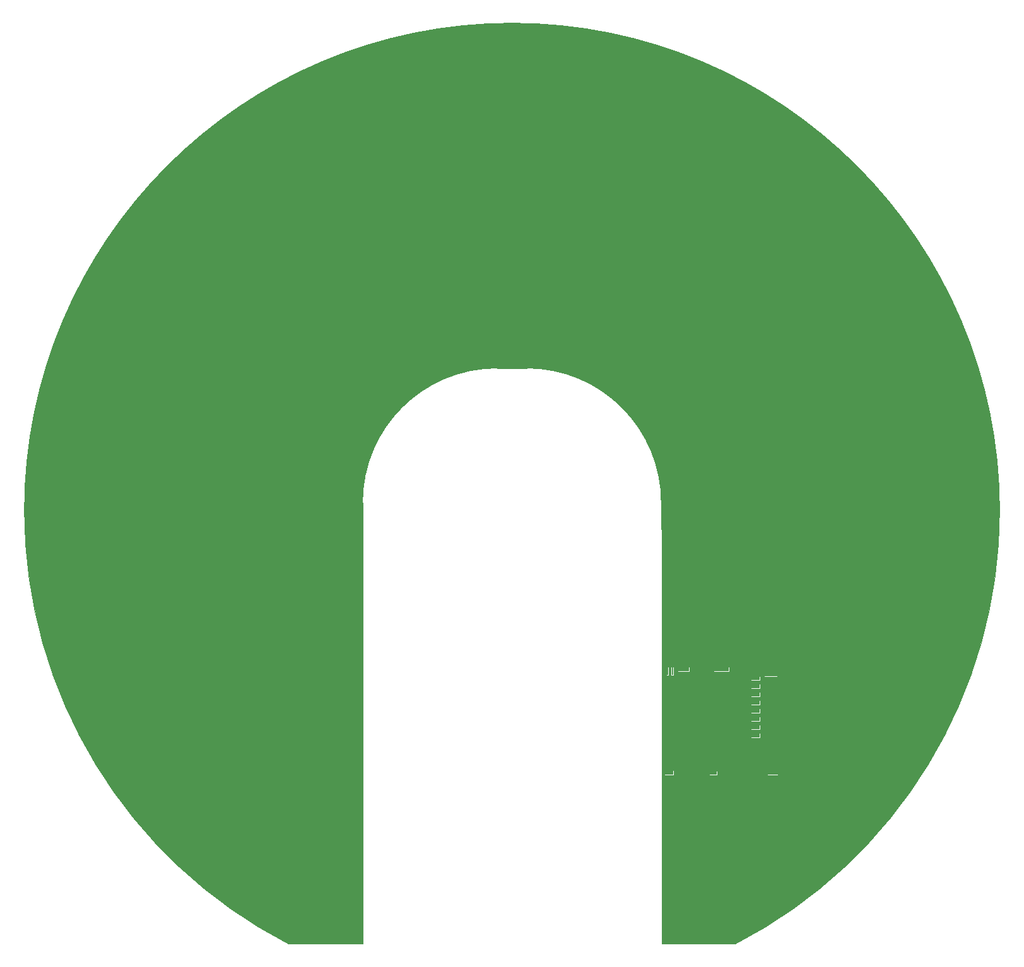
<source format=gbp>
G04 DesignSpark PCB Gerber Version 12.0 Build 5942*
%FSLAX35Y35*%
%MOMM*%
%ADD220R,0.25400X1.04140*%
%ADD124C,0.00001*%
%ADD224R,1.04840X0.49840*%
%ADD219R,1.19840X0.54840*%
%ADD223R,1.49840X0.54840*%
%ADD222R,2.03840X0.54840*%
%ADD225R,1.39840X1.05840*%
%ADD221R,1.69840X1.24840*%
X0Y0D02*
D02*
D124*
X39226200Y45409390D02*
G75*
G03*
X42771480Y39593110I6543580J-40D01*
G01*
X43763580D01*
Y45516760D01*
G75*
G02*
X45569930Y47323110I1806350J0D01*
G01*
X45967430D01*
G75*
G02*
X47773780Y45516760I0J-1806350D01*
G01*
Y45156810D01*
G75*
G02*
X47776280Y45151760I-3850J-5050D01*
G01*
Y39593110D01*
X48768380D01*
G75*
G03*
X52313550Y45409360I-2998520J5816250D01*
G01*
G75*
G03*
X45769880Y51953040I-6543670J0D01*
G01*
G75*
G02*
X45769820I-30J6330D01*
G01*
G75*
G03*
X39226200Y45409390I0J-6543650D01*
G01*
X47811930Y41922760D02*
X47941930D01*
Y41857760D01*
X47811930D01*
Y41922760D01*
X47836650Y43312510D02*
X47872210D01*
Y43198210D01*
X47836650D01*
Y43312510D01*
X47902650D02*
X47938210D01*
Y43198210D01*
X47902650D01*
Y43312510D01*
X47990930Y43312860D02*
X48150930D01*
Y43247860D01*
X47990930D01*
Y43312860D01*
X48411930Y41917760D02*
X48526930D01*
Y41857760D01*
X48411930D01*
Y41917760D01*
X48471930Y43312860D02*
X48685930D01*
Y43247860D01*
X48471930D01*
Y43312860D01*
X48971930Y42421260D02*
X49101930D01*
Y42356260D01*
X48971930D01*
Y42421260D01*
Y42531360D02*
X49101930D01*
Y42466360D01*
X48971930D01*
Y42531360D01*
Y42641360D02*
X49101930D01*
Y42576360D01*
X48971930D01*
Y42641360D01*
Y42751360D02*
X49101930D01*
Y42686360D01*
X48971930D01*
Y42751360D01*
Y42861360D02*
X49101930D01*
Y42796360D01*
X48971930D01*
Y42861360D01*
Y42971360D02*
X49101930D01*
Y42906360D01*
X48971930D01*
Y42971360D01*
Y43081360D02*
X49101930D01*
Y43016360D01*
X48971930D01*
Y43081360D01*
Y43191360D02*
X49101930D01*
Y43126360D01*
X48971930D01*
Y43191360D01*
X49151930Y43312760D02*
X49331930D01*
Y43177760D01*
X49151930D01*
Y43312760D01*
X49191930Y41973860D02*
X49341930D01*
Y41857860D01*
X49191930D01*
Y41973860D01*
X40253030Y41890260D02*
G36*
X40253030Y41890260D02*
G75*
G03*
X42771480Y39593110I5516770J3519130D01*
G01*
X43763580D01*
Y41890260D01*
X40253030D01*
G37*
X47776280D02*
G36*
X47776280Y41890260D02*
Y39593110D01*
X48768380D01*
G75*
G03*
X51286730Y41890260I-2998670J5816420D01*
G01*
X49341930D01*
Y41857860D01*
X49191930D01*
Y41890260D01*
X48526930D01*
Y41857760D01*
X48411930D01*
Y41890260D01*
X47941930D01*
Y41857760D01*
X47811930D01*
Y41890260D01*
X47776280D01*
G37*
X39965080Y42388760D02*
G36*
X39965080Y42388760D02*
G75*
G03*
X40253030Y41890260I5805120J3020820D01*
G01*
X43763580D01*
Y42388760D01*
X39965080D01*
G37*
X47776280D02*
G36*
X47776280Y42388760D02*
Y41890260D01*
X47811930D01*
Y41922760D01*
X47941930D01*
Y41890260D01*
X48411930D01*
Y41917760D01*
X48526930D01*
Y41890260D01*
X49191930D01*
Y41973860D01*
X49341930D01*
Y41890260D01*
X51286730D01*
G75*
G03*
X51574670Y42388760I-5517180J3519200D01*
G01*
X49101930D01*
Y42356260D01*
X48971930D01*
Y42388760D01*
X47776280D01*
G37*
X39909100Y42498860D02*
G36*
X39909100Y42498860D02*
G75*
G03*
X39965080Y42388760I5863400J2911950D01*
G01*
X43763580D01*
Y42498860D01*
X39909100D01*
G37*
X47776280D02*
G36*
X47776280Y42498860D02*
Y42388760D01*
X48971930D01*
Y42421260D01*
X49101930D01*
Y42388760D01*
X51574670D01*
G75*
G03*
X51630650Y42498860I-5807420J3022050D01*
G01*
X49101930D01*
Y42466360D01*
X48971930D01*
Y42498860D01*
X47776280D01*
G37*
X39855750Y42608860D02*
G36*
X39855750Y42608860D02*
G75*
G03*
X39909100Y42498860I5916720J2801670D01*
G01*
X43763580D01*
Y42608860D01*
X39855750D01*
G37*
X47776280D02*
G36*
X47776280Y42608860D02*
Y42498860D01*
X48971930D01*
Y42531360D01*
X49101930D01*
Y42498860D01*
X51630650D01*
G75*
G03*
X51684000Y42608860I-5863370J2911670D01*
G01*
X49101930D01*
Y42576360D01*
X48971930D01*
Y42608860D01*
X47776280D01*
G37*
X39804900Y42718860D02*
G36*
X39804900Y42718860D02*
G75*
G03*
X39855750Y42608860I5965440J2690910D01*
G01*
X43763580D01*
Y42718860D01*
X39804900D01*
G37*
X47776280D02*
G36*
X47776280Y42718860D02*
Y42608860D01*
X48971930D01*
Y42641360D01*
X49101930D01*
Y42608860D01*
X51684000D01*
G75*
G03*
X51734850Y42718860I-5914590J2800910D01*
G01*
X49101930D01*
Y42686360D01*
X48971930D01*
Y42718860D01*
X47776280D01*
G37*
X39756500Y42828860D02*
G36*
X39756500Y42828860D02*
G75*
G03*
X39804900Y42718860I6015040J2580970D01*
G01*
X43763580D01*
Y42828860D01*
X39756500D01*
G37*
X47776280D02*
G36*
X47776280Y42828860D02*
Y42718860D01*
X48971930D01*
Y42751360D01*
X49101930D01*
Y42718860D01*
X51734850D01*
G75*
G03*
X51783250Y42828860I-5966640J2690970D01*
G01*
X49101930D01*
Y42796360D01*
X48971930D01*
Y42828860D01*
X47776280D01*
G37*
X39710480Y42938860D02*
G36*
X39710480Y42938860D02*
G75*
G03*
X39756500Y42828860I6059750J2470550D01*
G01*
X43763580D01*
Y42938860D01*
X39710480D01*
G37*
X47776280D02*
G36*
X47776280Y42938860D02*
Y42828860D01*
X48971930D01*
Y42861360D01*
X49101930D01*
Y42828860D01*
X51783250D01*
G75*
G03*
X51829270Y42938860I-6013730J2580550D01*
G01*
X49101930D01*
Y42906360D01*
X48971930D01*
Y42938860D01*
X47776280D01*
G37*
X39666780Y43048860D02*
G36*
X39666780Y43048860D02*
G75*
G03*
X39710480Y42938860I6105210J2361750D01*
G01*
X43763580D01*
Y43048860D01*
X39666780D01*
G37*
X47776280D02*
G36*
X47776280Y43048860D02*
Y42938860D01*
X48971930D01*
Y42971360D01*
X49101930D01*
Y42938860D01*
X51829270D01*
G75*
G03*
X51872970Y43048860I-6061510J2471750D01*
G01*
X49101930D01*
Y43016360D01*
X48971930D01*
Y43048860D01*
X47776280D01*
G37*
X39625370Y43158860D02*
G36*
X39625370Y43158860D02*
G75*
G03*
X39666780Y43048860I6145450J2250690D01*
G01*
X43763580D01*
Y43158860D01*
X39625370D01*
G37*
X47776280D02*
G36*
X47776280Y43158860D02*
Y43048860D01*
X48971930D01*
Y43081360D01*
X49101930D01*
Y43048860D01*
X51872970D01*
G75*
G03*
X51914380Y43158860I-6104040J2360690D01*
G01*
X49101930D01*
Y43126360D01*
X48971930D01*
Y43158860D01*
X47776280D01*
G37*
X39590880Y43255360D02*
G36*
X39590880Y43255360D02*
G75*
G03*
X39625370Y43158860I6181050J2154750D01*
G01*
X43763580D01*
Y43255360D01*
X39590880D01*
G37*
X47776280D02*
G36*
X47776280Y43255360D02*
Y43158860D01*
X48971930D01*
Y43191360D01*
X49101930D01*
Y43158860D01*
X51914380D01*
G75*
G03*
X51948870Y43255360I-6146560J2251250D01*
G01*
X49331930D01*
Y43177760D01*
X49151930D01*
Y43255360D01*
X48685930D01*
Y43247860D01*
X48471930D01*
Y43255360D01*
X48150930D01*
Y43247860D01*
X47990930D01*
Y43255360D01*
X47938210D01*
Y43198210D01*
X47902650D01*
Y43255360D01*
X47872210D01*
Y43198210D01*
X47836650D01*
Y43255360D01*
X47776280D01*
G37*
X39226200Y45409390D02*
G36*
X39226200Y45409390D02*
Y45409340D01*
G75*
G03*
X39590880Y43255360I6543810J40D01*
G01*
X43763580D01*
Y45516760D01*
G75*
G02*
X45569930Y47323110I1806350J0D01*
G01*
X45967430D01*
G75*
G02*
X47773780Y45516760I0J-1806350D01*
G01*
Y45156810D01*
G75*
G02*
X47776280Y45151760I-3850J-5050D01*
G01*
Y43255360D01*
X47836650D01*
Y43312510D01*
X47872210D01*
Y43255360D01*
X47902650D01*
Y43312510D01*
X47938210D01*
Y43255360D01*
X47990930D01*
Y43312860D01*
X48150930D01*
Y43255360D01*
X48471930D01*
Y43312860D01*
X48685930D01*
Y43255360D01*
X49151930D01*
Y43312760D01*
X49331930D01*
Y43255360D01*
X51948870D01*
G75*
G03*
X52313550Y45409360I-6179190J2154030D01*
G01*
G75*
G03*
X45769880Y51953040I-6543730J-50D01*
G01*
X45769820D01*
X45769770D01*
G75*
G03*
X39226200Y45409440I70J-6543640D01*
G01*
Y45409390D01*
G37*
D02*
D219*
X47876930Y41890260D03*
X49036930Y42388760D03*
Y42498860D03*
Y42608860D03*
Y42718860D03*
Y42828860D03*
Y42938860D03*
Y43048860D03*
Y43158860D03*
D02*
D220*
X47854430Y43255360D03*
X47920430D03*
D02*
D221*
X49241930Y43245260D03*
D02*
D222*
X48578930Y43280360D03*
D02*
D223*
X48070930D03*
D02*
D224*
X48469430Y41887760D03*
D02*
D225*
X49266930Y41915860D03*
X0Y0D02*
M02*

</source>
